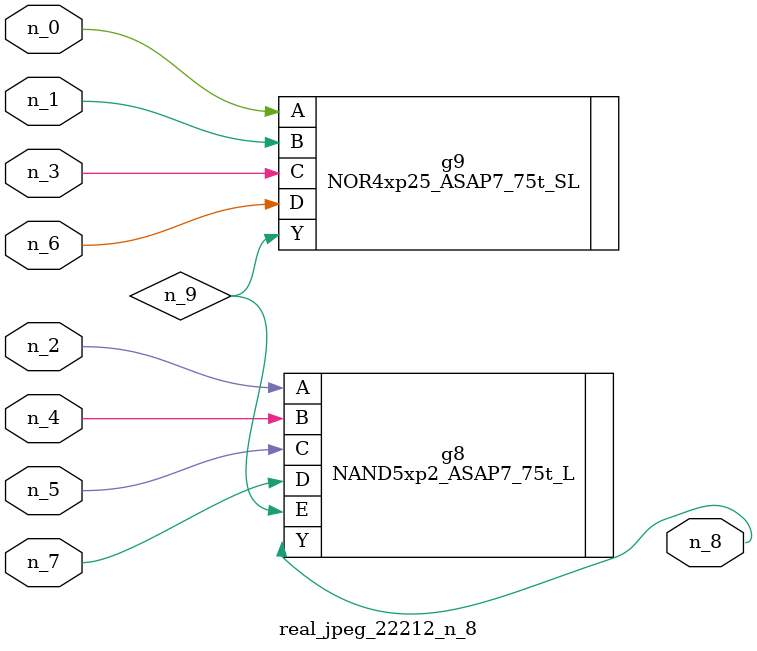
<source format=v>
module real_jpeg_22212_n_8 (n_5, n_4, n_0, n_1, n_2, n_6, n_7, n_3, n_8);

input n_5;
input n_4;
input n_0;
input n_1;
input n_2;
input n_6;
input n_7;
input n_3;

output n_8;

wire n_9;

NOR4xp25_ASAP7_75t_SL g9 ( 
.A(n_0),
.B(n_1),
.C(n_3),
.D(n_6),
.Y(n_9)
);

NAND5xp2_ASAP7_75t_L g8 ( 
.A(n_2),
.B(n_4),
.C(n_5),
.D(n_7),
.E(n_9),
.Y(n_8)
);


endmodule
</source>
